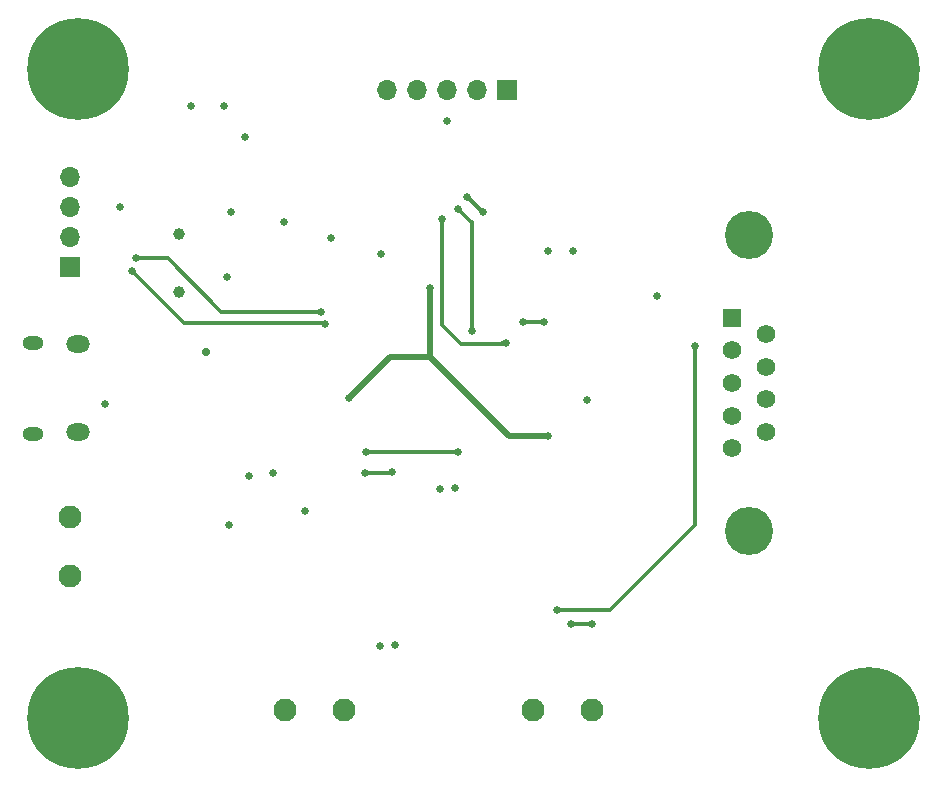
<source format=gbr>
%TF.GenerationSoftware,KiCad,Pcbnew,9.0.0*%
%TF.CreationDate,2025-05-02T19:21:32+02:00*%
%TF.ProjectId,PIC_GATE_LOCK_SYSTEM,5049435f-4741-4544-955f-4c4f434b5f53,rev?*%
%TF.SameCoordinates,Original*%
%TF.FileFunction,Copper,L4,Bot*%
%TF.FilePolarity,Positive*%
%FSLAX46Y46*%
G04 Gerber Fmt 4.6, Leading zero omitted, Abs format (unit mm)*
G04 Created by KiCad (PCBNEW 9.0.0) date 2025-05-02 19:21:32*
%MOMM*%
%LPD*%
G01*
G04 APERTURE LIST*
%TA.AperFunction,ComponentPad*%
%ADD10R,1.700000X1.700000*%
%TD*%
%TA.AperFunction,ComponentPad*%
%ADD11O,1.700000X1.700000*%
%TD*%
%TA.AperFunction,ComponentPad*%
%ADD12C,1.950000*%
%TD*%
%TA.AperFunction,ComponentPad*%
%ADD13R,1.575000X1.575000*%
%TD*%
%TA.AperFunction,ComponentPad*%
%ADD14C,1.575000*%
%TD*%
%TA.AperFunction,ComponentPad*%
%ADD15C,4.066000*%
%TD*%
%TA.AperFunction,ComponentPad*%
%ADD16C,0.900000*%
%TD*%
%TA.AperFunction,ComponentPad*%
%ADD17C,8.600000*%
%TD*%
%TA.AperFunction,HeatsinkPad*%
%ADD18O,1.800000X1.150000*%
%TD*%
%TA.AperFunction,HeatsinkPad*%
%ADD19O,2.000000X1.450000*%
%TD*%
%TA.AperFunction,ComponentPad*%
%ADD20C,1.007000*%
%TD*%
%TA.AperFunction,ViaPad*%
%ADD21C,0.650000*%
%TD*%
%TA.AperFunction,ViaPad*%
%ADD22C,0.700000*%
%TD*%
%TA.AperFunction,Conductor*%
%ADD23C,0.500000*%
%TD*%
%TA.AperFunction,Conductor*%
%ADD24C,0.300000*%
%TD*%
G04 APERTURE END LIST*
D10*
%TO.P,J2,1,Pin_1*%
%TO.N,PIC_VDD*%
X140650000Y-76800000D03*
D11*
%TO.P,J2,2,Pin_2*%
%TO.N,MCLR*%
X138110000Y-76800000D03*
%TO.P,J2,3,Pin_3*%
%TO.N,GND*%
X135570000Y-76800000D03*
%TO.P,J2,4,Pin_4*%
%TO.N,ICSP_CLK*%
X133030000Y-76800000D03*
%TO.P,J2,5,Pin_5*%
%TO.N,ICSP_DAT*%
X130490000Y-76800000D03*
%TD*%
D12*
%TO.P,M2,1,Pin_1*%
%TO.N,Net-(M2-Pin_1)*%
X121850000Y-129250000D03*
%TO.P,M2,2,Pin_2*%
%TO.N,Net-(M2-Pin_2)*%
X126850000Y-129250000D03*
%TD*%
D13*
%TO.P,J3,1,1*%
%TO.N,unconnected-(J3-Pad1)*%
X159680000Y-96045000D03*
D14*
%TO.P,J3,2,2*%
%TO.N,RXD*%
X159680000Y-98815000D03*
%TO.P,J3,3,3*%
%TO.N,TXD*%
X159680000Y-101585000D03*
%TO.P,J3,4,4*%
%TO.N,unconnected-(J3-Pad4)*%
X159680000Y-104355000D03*
%TO.P,J3,5,5*%
%TO.N,GND*%
X159680000Y-107125000D03*
%TO.P,J3,6,6*%
%TO.N,unconnected-(J3-Pad6)*%
X162520000Y-97430000D03*
%TO.P,J3,7,7*%
%TO.N,unconnected-(J3-Pad7)*%
X162520000Y-100200000D03*
%TO.P,J3,8,8*%
%TO.N,unconnected-(J3-Pad8)*%
X162520000Y-102970000D03*
%TO.P,J3,9,9*%
%TO.N,unconnected-(J3-Pad9)*%
X162520000Y-105740000D03*
D15*
%TO.P,J3,S1*%
%TO.N,N/C*%
X161100000Y-114080000D03*
%TO.P,J3,S2*%
X161100000Y-89090000D03*
%TD*%
D12*
%TO.P,M1,1,Pin_1*%
%TO.N,Net-(M1-Pin_1)*%
X142850000Y-129250000D03*
%TO.P,M1,2,Pin_2*%
%TO.N,Net-(M1-Pin_2)*%
X147850000Y-129250000D03*
%TD*%
D16*
%TO.P,H2,1,1*%
%TO.N,GND*%
X101115419Y-75010419D03*
X102060000Y-72730000D03*
X102060000Y-77290838D03*
X104340419Y-71785419D03*
D17*
X104340419Y-75010419D03*
D16*
X104340419Y-78235419D03*
X106620838Y-72730000D03*
X106620838Y-77290838D03*
X107565419Y-75010419D03*
%TD*%
D12*
%TO.P,12V1,1,Pin_1*%
%TO.N,+12V*%
X103650000Y-112930000D03*
%TO.P,12V1,2,Pin_2*%
%TO.N,GND*%
X103650000Y-117930000D03*
%TD*%
D16*
%TO.P,H4,1,1*%
%TO.N,GND*%
X168055000Y-129985000D03*
X168999581Y-127704581D03*
X168999581Y-132265419D03*
X171280000Y-126760000D03*
D17*
X171280000Y-129985000D03*
D16*
X171280000Y-133210000D03*
X173560419Y-127704581D03*
X173560419Y-132265419D03*
X174505000Y-129985000D03*
%TD*%
%TO.P,H1,1,1*%
%TO.N,GND*%
X168055000Y-75010419D03*
X168999581Y-72730000D03*
X168999581Y-77290838D03*
X171280000Y-71785419D03*
D17*
X171280000Y-75010419D03*
D16*
X171280000Y-78235419D03*
X173560419Y-72730000D03*
X173560419Y-77290838D03*
X174505000Y-75010419D03*
%TD*%
D10*
%TO.P,J4,1,Pin_1*%
%TO.N,Net-(J4-Pin_1)*%
X103620000Y-91750000D03*
D11*
%TO.P,J4,2,Pin_2*%
%TO.N,Net-(J4-Pin_2)*%
X103620000Y-89210000D03*
%TO.P,J4,3,Pin_3*%
%TO.N,GND*%
X103620000Y-86670000D03*
%TO.P,J4,4,Pin_4*%
%TO.N,+5V*%
X103620000Y-84130000D03*
%TD*%
D18*
%TO.P,J1,6,Shield*%
%TO.N,unconnected-(J1-Shield-Pad6)*%
X100505000Y-98165000D03*
D19*
%TO.N,unconnected-(J1-Shield-Pad6)_2*%
X104305000Y-98315000D03*
%TO.N,unconnected-(J1-Shield-Pad6)_1*%
X104305000Y-105765000D03*
D18*
%TO.N,unconnected-(J1-Shield-Pad6)_3*%
X100505000Y-105915000D03*
%TD*%
D16*
%TO.P,H3,1,1*%
%TO.N,GND*%
X101115419Y-129985000D03*
X102060000Y-127704581D03*
X102060000Y-132265419D03*
X104340419Y-126760000D03*
D17*
X104340419Y-129985000D03*
D16*
X104340419Y-133210000D03*
X106620838Y-127704581D03*
X106620838Y-132265419D03*
X107565419Y-129985000D03*
%TD*%
D20*
%TO.P,Y1,1,1*%
%TO.N,Net-(C11-Pad1)*%
X112835000Y-93867500D03*
%TO.P,Y1,2,2*%
%TO.N,PIC_OSC1*%
X112835000Y-88987500D03*
%TD*%
D21*
%TO.N,GND*%
X135550000Y-79420000D03*
X107885000Y-86685000D03*
D22*
X115110000Y-98970000D03*
D21*
%TO.N,+5V*%
X127260000Y-102860000D03*
%TO.N,GND*%
X144060000Y-90370000D03*
X116950000Y-92640000D03*
X120840000Y-109190000D03*
X131190000Y-123750000D03*
X153345000Y-94235000D03*
X134960000Y-110530000D03*
X136250000Y-110490000D03*
X117130000Y-113570000D03*
X129980000Y-90650000D03*
X129920000Y-123880000D03*
X146190000Y-90420000D03*
X123520000Y-112460000D03*
X118415000Y-80775000D03*
X118780000Y-109450000D03*
X116695000Y-78125000D03*
X106570000Y-103350000D03*
X121775001Y-87954999D03*
X147390000Y-103010000D03*
X117280000Y-87120000D03*
X113875000Y-78115000D03*
X125720000Y-89290000D03*
%TO.N,+5V*%
X134130000Y-93500000D03*
X144130000Y-106030000D03*
%TO.N,PIC_RXD*%
X109190000Y-91020000D03*
X124885000Y-95550000D03*
%TO.N,PIC_TXD*%
X141950000Y-96390000D03*
X143790000Y-96420000D03*
X108860000Y-92100000D03*
X125210000Y-96600000D03*
%TO.N,Net-(M1-Pin_2)*%
X146080000Y-121970000D03*
X147860000Y-121990000D03*
%TO.N,RB0*%
X140530000Y-98230000D03*
X135100000Y-87720000D03*
%TO.N,RB1*%
X137700000Y-97220000D03*
X136510000Y-86890000D03*
%TO.N,RB3*%
X144880000Y-120840000D03*
X138590000Y-87130000D03*
X156520000Y-98430000D03*
X137260000Y-85800000D03*
%TO.N,EN1.2*%
X136440000Y-107460000D03*
X128680000Y-107460000D03*
%TO.N,RB2*%
X128650000Y-109190000D03*
X130890000Y-109150000D03*
%TD*%
D23*
%TO.N,+5V*%
X130760000Y-99360000D02*
X127260000Y-102860000D01*
X134130000Y-99360000D02*
X130760000Y-99360000D01*
X134130000Y-98780000D02*
X134130000Y-99360000D01*
X140800000Y-106030000D02*
X144130000Y-106030000D01*
X134130000Y-93500000D02*
X134130000Y-97520000D01*
X134130000Y-99360000D02*
X140800000Y-106030000D01*
X134130000Y-97520000D02*
X134130000Y-98780000D01*
D24*
%TO.N,PIC_RXD*%
X111910000Y-91020000D02*
X109190000Y-91020000D01*
X116440000Y-95550000D02*
X111910000Y-91020000D01*
X124885000Y-95550000D02*
X116440000Y-95550000D01*
%TO.N,PIC_TXD*%
X143790000Y-96420000D02*
X141980000Y-96420000D01*
X113260000Y-96500000D02*
X108860000Y-92100000D01*
X141980000Y-96420000D02*
X141950000Y-96390000D01*
X125210000Y-96600000D02*
X125110000Y-96500000D01*
X125110000Y-96500000D02*
X113260000Y-96500000D01*
%TO.N,Net-(M1-Pin_2)*%
X146080000Y-121970000D02*
X147840000Y-121970000D01*
X147840000Y-121970000D02*
X147860000Y-121990000D01*
%TO.N,RB0*%
X140230000Y-98230000D02*
X140190000Y-98270000D01*
X136730000Y-98270000D02*
X135100000Y-96640000D01*
X140530000Y-98230000D02*
X140230000Y-98230000D01*
X140190000Y-98270000D02*
X136730000Y-98270000D01*
X135100000Y-96640000D02*
X135100000Y-87720000D01*
%TO.N,RB1*%
X137640000Y-97160000D02*
X137700000Y-97220000D01*
X136510000Y-86890000D02*
X137610000Y-87990000D01*
X137610000Y-87990000D02*
X137640000Y-87990000D01*
X137640000Y-87990000D02*
X137640000Y-97160000D01*
%TO.N,RB3*%
X137260000Y-85800000D02*
X138590000Y-87130000D01*
X156520000Y-98780000D02*
X156520000Y-98430000D01*
X144880000Y-120840000D02*
X149330000Y-120840000D01*
X156520000Y-113570000D02*
X156520000Y-98780000D01*
X156560000Y-113610000D02*
X156520000Y-113570000D01*
X149330000Y-120840000D02*
X156560000Y-113610000D01*
%TO.N,EN1.2*%
X128680000Y-107460000D02*
X136440000Y-107460000D01*
%TO.N,RB2*%
X128650000Y-109190000D02*
X130850000Y-109190000D01*
X130850000Y-109190000D02*
X130890000Y-109150000D01*
%TD*%
M02*

</source>
